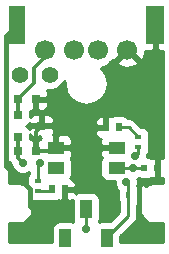
<source format=gtl>
G04 #@! TF.GenerationSoftware,KiCad,Pcbnew,(5.0.2)-1*
G04 #@! TF.CreationDate,2019-04-16T13:26:55-07:00*
G04 #@! TF.ProjectId,signet-pcb,7369676e-6574-42d7-9063-622e6b696361,rev?*
G04 #@! TF.SameCoordinates,Original*
G04 #@! TF.FileFunction,Copper,L1,Top*
G04 #@! TF.FilePolarity,Positive*
%FSLAX46Y46*%
G04 Gerber Fmt 4.6, Leading zero omitted, Abs format (unit mm)*
G04 Created by KiCad (PCBNEW (5.0.2)-1) date 4/16/2019 1:26:55 PM*
%MOMM*%
%LPD*%
G01*
G04 APERTURE LIST*
G04 #@! TA.AperFunction,SMDPad,CuDef*
%ADD10R,0.800100X0.800100*%
G04 #@! TD*
G04 #@! TA.AperFunction,SMDPad,CuDef*
%ADD11R,0.400000X0.600000*%
G04 #@! TD*
G04 #@! TA.AperFunction,SMDPad,CuDef*
%ADD12R,0.600000X0.500000*%
G04 #@! TD*
G04 #@! TA.AperFunction,SMDPad,CuDef*
%ADD13R,0.600000X0.400000*%
G04 #@! TD*
G04 #@! TA.AperFunction,SMDPad,CuDef*
%ADD14R,0.600000X0.700000*%
G04 #@! TD*
G04 #@! TA.AperFunction,ComponentPad*
%ADD15R,1.500000X3.200000*%
G04 #@! TD*
G04 #@! TA.AperFunction,ComponentPad*
%ADD16C,1.700000*%
G04 #@! TD*
G04 #@! TA.AperFunction,ComponentPad*
%ADD17R,1.450000X3.200000*%
G04 #@! TD*
G04 #@! TA.AperFunction,SMDPad,CuDef*
%ADD18R,0.800000X0.750000*%
G04 #@! TD*
G04 #@! TA.AperFunction,SMDPad,CuDef*
%ADD19R,1.450000X1.000000*%
G04 #@! TD*
G04 #@! TA.AperFunction,ComponentPad*
%ADD20C,1.400000*%
G04 #@! TD*
G04 #@! TA.AperFunction,SMDPad,CuDef*
%ADD21R,1.000000X1.600000*%
G04 #@! TD*
G04 #@! TA.AperFunction,ViaPad*
%ADD22C,0.700000*%
G04 #@! TD*
G04 #@! TA.AperFunction,Conductor*
%ADD23C,0.300000*%
G04 #@! TD*
G04 #@! TA.AperFunction,Conductor*
%ADD24C,0.250000*%
G04 #@! TD*
G04 #@! TA.AperFunction,Conductor*
%ADD25C,0.400000*%
G04 #@! TD*
G04 #@! TA.AperFunction,Conductor*
%ADD26C,0.254000*%
G04 #@! TD*
G04 APERTURE END LIST*
D10*
G04 #@! TO.P,P1,1*
G04 #@! TO.N,+5V*
X104216760Y-89496320D03*
G04 #@! TO.P,P1,2*
G04 #@! TO.N,VDD*
X104216760Y-91396320D03*
G04 #@! TO.P,P1,3*
G04 #@! TO.N,GND*
X106215740Y-90446320D03*
G04 #@! TD*
D11*
G04 #@! TO.P,R4,1*
G04 #@! TO.N,GND*
X114457520Y-96336320D03*
G04 #@! TO.P,R4,2*
G04 #@! TO.N,/BOOT*
X113557520Y-96336320D03*
G04 #@! TD*
D12*
G04 #@! TO.P,C11,1*
G04 #@! TO.N,/ACTIVATE*
X114937520Y-94016320D03*
G04 #@! TO.P,C11,2*
G04 #@! TO.N,GND*
X116037520Y-94016320D03*
G04 #@! TD*
D13*
G04 #@! TO.P,R2,1*
G04 #@! TO.N,/STATUS1*
X105957520Y-95086320D03*
G04 #@! TO.P,R2,2*
G04 #@! TO.N,Net-(D1-Pad2)*
X105957520Y-95986320D03*
G04 #@! TD*
D14*
G04 #@! TO.P,D1,2*
G04 #@! TO.N,Net-(D1-Pad2)*
X107067520Y-95826320D03*
G04 #@! TO.P,D1,1*
G04 #@! TO.N,GND*
X108167520Y-95826320D03*
G04 #@! TD*
G04 #@! TO.P,D2,2*
G04 #@! TO.N,Net-(D2-Pad2)*
X112757520Y-90566320D03*
G04 #@! TO.P,D2,1*
G04 #@! TO.N,GND*
X111657520Y-90566320D03*
G04 #@! TD*
D13*
G04 #@! TO.P,R3,1*
G04 #@! TO.N,/STATUS2*
X114387520Y-92256320D03*
G04 #@! TO.P,R3,2*
G04 #@! TO.N,Net-(D2-Pad2)*
X114387520Y-91356320D03*
G04 #@! TD*
D15*
G04 #@! TO.P,USB1,5*
G04 #@! TO.N,GND*
X115850000Y-81900000D03*
D16*
G04 #@! TO.P,USB1,1*
G04 #@! TO.N,+5V*
X106500000Y-84030000D03*
G04 #@! TO.P,USB1,2*
G04 #@! TO.N,/USB_DM*
X109000000Y-84030000D03*
G04 #@! TO.P,USB1,3*
G04 #@! TO.N,/USB_DP*
X111000000Y-84030000D03*
G04 #@! TO.P,USB1,4*
G04 #@! TO.N,GND*
X113500000Y-84030000D03*
D17*
G04 #@! TO.P,USB1,5*
X104150000Y-81900000D03*
G04 #@! TD*
D18*
G04 #@! TO.P,C1,2*
G04 #@! TO.N,GND*
X105717520Y-92586320D03*
G04 #@! TO.P,C1,1*
G04 #@! TO.N,VDD*
X104217520Y-92586320D03*
G04 #@! TD*
G04 #@! TO.P,C4,2*
G04 #@! TO.N,GND*
X105737520Y-88186320D03*
G04 #@! TO.P,C4,1*
G04 #@! TO.N,+5V*
X104237520Y-88186320D03*
G04 #@! TD*
D19*
G04 #@! TO.P,SW1,2*
G04 #@! TO.N,GND*
X107425000Y-92300000D03*
X112575000Y-92300000D03*
G04 #@! TO.P,SW1,1*
G04 #@! TO.N,/ACTIVATE*
X112575000Y-94000000D03*
X107425000Y-94000000D03*
G04 #@! TD*
D20*
G04 #@! TO.P,P2,1*
G04 #@! TO.N,/UART_RX*
X106897520Y-86106320D03*
G04 #@! TO.P,P2,2*
G04 #@! TO.N,/UART_TX*
X104357520Y-86106320D03*
G04 #@! TD*
D21*
G04 #@! TO.P,BOOTSW,2*
G04 #@! TO.N,VDD*
X110000000Y-97486320D03*
G04 #@! TO.P,BOOTSW,3*
G04 #@! TO.N,N/C*
X108247520Y-99986320D03*
G04 #@! TO.P,BOOTSW,1*
G04 #@! TO.N,/BOOT*
X111747520Y-99986320D03*
G04 #@! TD*
D22*
G04 #@! TO.N,GND*
X110517520Y-94176320D03*
X109357520Y-92476320D03*
G04 #@! TO.N,VDD*
X109997520Y-99146320D03*
X104617520Y-93556320D03*
G04 #@! TO.N,/BOOT*
X113387520Y-95186320D03*
G04 #@! TO.N,/ACTIVATE*
X113987520Y-93996320D03*
G04 #@! TO.N,/STATUS1*
X106127520Y-93596320D03*
G04 #@! TO.N,/STATUS2*
X114147520Y-93036320D03*
G04 #@! TD*
D23*
G04 #@! TO.N,GND*
X105717520Y-92586320D02*
X107138680Y-92586320D01*
X107138680Y-92586320D02*
X107425000Y-92300000D01*
X105717520Y-92586320D02*
X105717520Y-90944540D01*
X105717520Y-90944540D02*
X106215740Y-90446320D01*
D24*
X110177520Y-94186320D02*
X110507520Y-94186320D01*
X110507520Y-94186320D02*
X110517520Y-94176320D01*
X109547520Y-92466320D02*
X109367520Y-92466320D01*
X109367520Y-92466320D02*
X109357520Y-92476320D01*
D25*
X106227520Y-97656320D02*
X105627520Y-97656320D01*
X103247520Y-82802480D02*
X104150000Y-81900000D01*
X103247520Y-93806320D02*
X103247520Y-82802480D01*
X105247520Y-95806320D02*
X103247520Y-93806320D01*
X105247520Y-97276320D02*
X105247520Y-95806320D01*
X105627520Y-97656320D02*
X105247520Y-97276320D01*
D23*
X115850000Y-81900000D02*
X115850000Y-85363840D01*
X114996320Y-85526320D02*
X113500000Y-84030000D01*
X115687520Y-85526320D02*
X114996320Y-85526320D01*
X115850000Y-85363840D02*
X115687520Y-85526320D01*
D24*
X109038080Y-92463080D02*
X109038720Y-92463080D01*
X109037500Y-92462500D02*
X109038080Y-92463080D01*
X110763380Y-94187740D02*
X110762740Y-94187740D01*
X110762740Y-94187740D02*
X110762500Y-94187500D01*
D23*
G04 #@! TO.N,+5V*
X106500000Y-84030000D02*
X106500000Y-84643840D01*
X106500000Y-84643840D02*
X105617520Y-85526320D01*
X105617520Y-85526320D02*
X105617520Y-86806320D01*
X105617520Y-86806320D02*
X104237520Y-88186320D01*
X104237520Y-88156320D02*
X104237520Y-89475560D01*
X104237520Y-89475560D02*
X104216760Y-89496320D01*
D24*
G04 #@! TO.N,VDD*
X110000000Y-97566320D02*
X110000000Y-99143840D01*
X110000000Y-99143840D02*
X109997520Y-99146320D01*
D23*
X104217520Y-92586320D02*
X104217520Y-93156320D01*
X104217520Y-93156320D02*
X104617520Y-93556320D01*
D24*
X104216760Y-91396320D02*
X104217520Y-91397080D01*
D23*
X104217520Y-91397080D02*
X104217520Y-92586320D01*
D24*
G04 #@! TO.N,/BOOT*
X113557520Y-96336320D02*
X113557520Y-95356320D01*
X113557520Y-95356320D02*
X113387520Y-95186320D01*
X111750000Y-100016320D02*
X111750000Y-99883840D01*
X111750000Y-99883840D02*
X113557520Y-98076320D01*
X113557520Y-98076320D02*
X113557520Y-96336320D01*
X111810000Y-100126320D02*
X111750000Y-100066320D01*
X111750000Y-100066320D02*
X111927520Y-100066320D01*
X111750000Y-100026320D02*
X111777520Y-100026320D01*
G04 #@! TO.N,/ACTIVATE*
X113987520Y-93996320D02*
X114007520Y-94016320D01*
X113958840Y-94025000D02*
X113987520Y-93996320D01*
X112000000Y-94025000D02*
X113958840Y-94025000D01*
X114007520Y-94016320D02*
X114937520Y-94016320D01*
G04 #@! TO.N,/STATUS1*
X105957520Y-95086320D02*
X105957520Y-93766320D01*
X105957520Y-93766320D02*
X106127520Y-93596320D01*
G04 #@! TO.N,/STATUS2*
X114387520Y-92256320D02*
X114387520Y-92796320D01*
X114387520Y-92796320D02*
X114147520Y-93036320D01*
G04 #@! TO.N,Net-(D2-Pad2)*
X114387520Y-91356320D02*
X113597520Y-90566320D01*
X113597520Y-90566320D02*
X112757520Y-90566320D01*
G04 #@! TO.N,Net-(D1-Pad2)*
X105957520Y-95986320D02*
X106907520Y-95986320D01*
X106907520Y-95986320D02*
X107067520Y-95826320D01*
G04 #@! TD*
D26*
G04 #@! TO.N,GND*
G36*
X115977000Y-83976250D02*
X116135750Y-84135000D01*
X116540000Y-84135000D01*
X116540001Y-93162871D01*
X116463829Y-93131320D01*
X116323270Y-93131320D01*
X116164520Y-93290070D01*
X116164520Y-93891320D01*
X116184520Y-93891320D01*
X116184520Y-94141320D01*
X116164520Y-94141320D01*
X116164520Y-94742570D01*
X116323270Y-94901320D01*
X116463829Y-94901320D01*
X116540001Y-94869769D01*
X116540001Y-95290000D01*
X115680074Y-95290000D01*
X115611491Y-95303642D01*
X115611487Y-95303642D01*
X115420145Y-95341702D01*
X115164204Y-95447716D01*
X115164203Y-95447717D01*
X115164200Y-95447718D01*
X115045954Y-95526728D01*
X115017218Y-95497993D01*
X114783829Y-95401320D01*
X114716270Y-95401320D01*
X114557520Y-95560070D01*
X114557520Y-96209320D01*
X114583910Y-96209320D01*
X114553642Y-96361487D01*
X114553642Y-96361492D01*
X114540000Y-96430075D01*
X114540001Y-97569926D01*
X114553642Y-97638504D01*
X114553642Y-97638513D01*
X114591702Y-97829856D01*
X114697716Y-98085796D01*
X114697718Y-98085800D01*
X114806105Y-98248010D01*
X114869374Y-98311278D01*
X115001989Y-98443895D01*
X115164200Y-98552282D01*
X115164203Y-98552283D01*
X115164204Y-98552284D01*
X115420145Y-98658298D01*
X115611487Y-98696358D01*
X115611491Y-98696358D01*
X115680074Y-98710000D01*
X116540000Y-98710000D01*
X116540001Y-100290000D01*
X112894960Y-100290000D01*
X112894960Y-99813682D01*
X114041996Y-98666647D01*
X114105449Y-98624249D01*
X114147847Y-98560796D01*
X114147849Y-98560794D01*
X114273423Y-98372858D01*
X114273424Y-98372857D01*
X114317520Y-98151172D01*
X114317520Y-98151168D01*
X114332408Y-98076321D01*
X114317520Y-98001474D01*
X114317520Y-97152570D01*
X114357520Y-97112570D01*
X114357520Y-96874820D01*
X114404960Y-96636320D01*
X114404960Y-96036320D01*
X114357520Y-95797820D01*
X114357520Y-95560070D01*
X114317520Y-95520070D01*
X114317520Y-95515030D01*
X114372520Y-95382249D01*
X114372520Y-94990391D01*
X114341624Y-94915802D01*
X114440948Y-94874660D01*
X114637520Y-94913760D01*
X115237520Y-94913760D01*
X115485285Y-94864477D01*
X115499436Y-94855021D01*
X115611211Y-94901320D01*
X115751770Y-94901320D01*
X115910520Y-94742570D01*
X115910520Y-94141320D01*
X115890520Y-94141320D01*
X115890520Y-93891320D01*
X115910520Y-93891320D01*
X115910520Y-93290070D01*
X115751770Y-93131320D01*
X115611211Y-93131320D01*
X115499436Y-93177619D01*
X115485285Y-93168163D01*
X115237520Y-93118880D01*
X115132520Y-93118880D01*
X115132520Y-92946582D01*
X115138001Y-92919025D01*
X115145329Y-92914129D01*
X115285677Y-92704085D01*
X115334960Y-92456320D01*
X115334960Y-92056320D01*
X115285677Y-91808555D01*
X115284184Y-91806320D01*
X115285677Y-91804085D01*
X115334960Y-91556320D01*
X115334960Y-91156320D01*
X115285677Y-90908555D01*
X115145329Y-90698511D01*
X114935285Y-90558163D01*
X114687520Y-90508880D01*
X114614882Y-90508880D01*
X114187851Y-90081850D01*
X114145449Y-90018391D01*
X113894057Y-89850416D01*
X113672372Y-89806320D01*
X113672367Y-89806320D01*
X113597520Y-89791432D01*
X113544388Y-89802001D01*
X113515329Y-89758511D01*
X113305285Y-89618163D01*
X113057520Y-89568880D01*
X112457520Y-89568880D01*
X112209755Y-89618163D01*
X112195604Y-89627619D01*
X112083829Y-89581320D01*
X111943270Y-89581320D01*
X111784520Y-89740070D01*
X111784520Y-90439320D01*
X111804520Y-90439320D01*
X111804520Y-90693320D01*
X111784520Y-90693320D01*
X111784520Y-90713320D01*
X111530520Y-90713320D01*
X111530520Y-90693320D01*
X110881270Y-90693320D01*
X110722520Y-90852070D01*
X110722520Y-91042630D01*
X110819193Y-91276019D01*
X110997822Y-91454647D01*
X111231211Y-91551320D01*
X111265687Y-91551320D01*
X111215000Y-91673690D01*
X111215000Y-92014250D01*
X111373750Y-92173000D01*
X112448000Y-92173000D01*
X112448000Y-92153000D01*
X112702000Y-92153000D01*
X112702000Y-92173000D01*
X112722000Y-92173000D01*
X112722000Y-92427000D01*
X112702000Y-92427000D01*
X112702000Y-92447000D01*
X112448000Y-92447000D01*
X112448000Y-92427000D01*
X111373750Y-92427000D01*
X111215000Y-92585750D01*
X111215000Y-92926310D01*
X111311673Y-93159699D01*
X111312873Y-93160899D01*
X111251843Y-93252235D01*
X111202560Y-93500000D01*
X111202560Y-94500000D01*
X111251843Y-94747765D01*
X111392191Y-94957809D01*
X111602235Y-95098157D01*
X111850000Y-95147440D01*
X112402520Y-95147440D01*
X112402520Y-95382249D01*
X112552478Y-95744278D01*
X112732385Y-95924185D01*
X112710080Y-96036320D01*
X112710080Y-96636320D01*
X112759363Y-96884085D01*
X112797521Y-96941192D01*
X112797520Y-97761517D01*
X112020158Y-98538880D01*
X111247520Y-98538880D01*
X111071567Y-98573879D01*
X111098157Y-98534085D01*
X111147440Y-98286320D01*
X111147440Y-96686320D01*
X111098157Y-96438555D01*
X110957809Y-96228511D01*
X110747765Y-96088163D01*
X110500000Y-96038880D01*
X109500000Y-96038880D01*
X109252235Y-96088163D01*
X109102520Y-96188200D01*
X109102520Y-96112070D01*
X108943770Y-95953320D01*
X108294520Y-95953320D01*
X108294520Y-96652570D01*
X108453270Y-96811320D01*
X108593829Y-96811320D01*
X108827218Y-96714647D01*
X108852560Y-96689305D01*
X108852560Y-98286320D01*
X108901843Y-98534085D01*
X108929193Y-98575017D01*
X108747520Y-98538880D01*
X107747520Y-98538880D01*
X107499755Y-98588163D01*
X107289711Y-98728511D01*
X107149363Y-98938555D01*
X107100080Y-99186320D01*
X107100080Y-100290000D01*
X103460000Y-100290000D01*
X103460000Y-98710000D01*
X104319926Y-98710000D01*
X104388509Y-98696358D01*
X104388513Y-98696358D01*
X104579856Y-98658298D01*
X104835796Y-98552284D01*
X104835797Y-98552283D01*
X104835800Y-98552282D01*
X104998010Y-98443895D01*
X105085508Y-98356396D01*
X105193895Y-98248011D01*
X105302282Y-98085800D01*
X105302284Y-98085796D01*
X105408298Y-97829855D01*
X105446358Y-97638513D01*
X105446358Y-97638509D01*
X105460000Y-97569926D01*
X105460000Y-96794471D01*
X105657520Y-96833760D01*
X106257520Y-96833760D01*
X106505285Y-96784477D01*
X106520137Y-96774553D01*
X106767520Y-96823760D01*
X107367520Y-96823760D01*
X107615285Y-96774477D01*
X107629436Y-96765021D01*
X107741211Y-96811320D01*
X107881770Y-96811320D01*
X108040520Y-96652570D01*
X108040520Y-95953320D01*
X108020520Y-95953320D01*
X108020520Y-95699320D01*
X108040520Y-95699320D01*
X108040520Y-95679320D01*
X108294520Y-95679320D01*
X108294520Y-95699320D01*
X108943770Y-95699320D01*
X109102520Y-95540570D01*
X109102520Y-95350010D01*
X109005847Y-95116621D01*
X108827218Y-94937993D01*
X108665742Y-94871107D01*
X108748157Y-94747765D01*
X108797440Y-94500000D01*
X108797440Y-93500000D01*
X108748157Y-93252235D01*
X108687127Y-93160899D01*
X108688327Y-93159699D01*
X108785000Y-92926310D01*
X108785000Y-92585750D01*
X108626250Y-92427000D01*
X107552000Y-92427000D01*
X107552000Y-92447000D01*
X107298000Y-92447000D01*
X107298000Y-92427000D01*
X107278000Y-92427000D01*
X107278000Y-92173000D01*
X107298000Y-92173000D01*
X107298000Y-91323750D01*
X107552000Y-91323750D01*
X107552000Y-92173000D01*
X108626250Y-92173000D01*
X108785000Y-92014250D01*
X108785000Y-91673690D01*
X108688327Y-91440301D01*
X108509698Y-91261673D01*
X108276309Y-91165000D01*
X107710750Y-91165000D01*
X107552000Y-91323750D01*
X107298000Y-91323750D01*
X107161791Y-91187541D01*
X107250790Y-90972679D01*
X107250790Y-90732070D01*
X107092040Y-90573320D01*
X106342740Y-90573320D01*
X106342740Y-90593320D01*
X106088740Y-90593320D01*
X106088740Y-90573320D01*
X105339440Y-90573320D01*
X105194655Y-90718105D01*
X105074619Y-90538461D01*
X104936721Y-90446320D01*
X105074619Y-90354179D01*
X105194655Y-90174535D01*
X105339440Y-90319320D01*
X106088740Y-90319320D01*
X106088740Y-89570020D01*
X106342740Y-89570020D01*
X106342740Y-90319320D01*
X107092040Y-90319320D01*
X107250790Y-90160570D01*
X107250790Y-90090010D01*
X110722520Y-90090010D01*
X110722520Y-90280570D01*
X110881270Y-90439320D01*
X111530520Y-90439320D01*
X111530520Y-89740070D01*
X111371770Y-89581320D01*
X111231211Y-89581320D01*
X110997822Y-89677993D01*
X110819193Y-89856621D01*
X110722520Y-90090010D01*
X107250790Y-90090010D01*
X107250790Y-89919961D01*
X107154117Y-89686572D01*
X106975489Y-89507943D01*
X106742100Y-89411270D01*
X106501490Y-89411270D01*
X106342740Y-89570020D01*
X106088740Y-89570020D01*
X105929990Y-89411270D01*
X105689380Y-89411270D01*
X105455991Y-89507943D01*
X105277363Y-89686572D01*
X105264250Y-89718230D01*
X105264250Y-89196320D01*
X105451770Y-89196320D01*
X105610520Y-89037570D01*
X105610520Y-88313320D01*
X105864520Y-88313320D01*
X105864520Y-89037570D01*
X106023270Y-89196320D01*
X106263829Y-89196320D01*
X106497218Y-89099647D01*
X106675847Y-88921019D01*
X106772520Y-88687630D01*
X106772520Y-88472070D01*
X106613770Y-88313320D01*
X105864520Y-88313320D01*
X105610520Y-88313320D01*
X105590520Y-88313320D01*
X105590520Y-88059320D01*
X105610520Y-88059320D01*
X105610520Y-88039320D01*
X105864520Y-88039320D01*
X105864520Y-88059320D01*
X106613770Y-88059320D01*
X106772520Y-87900570D01*
X106772520Y-87685010D01*
X106675847Y-87451621D01*
X106665546Y-87441320D01*
X107163068Y-87441320D01*
X107653737Y-87238078D01*
X108029278Y-86862537D01*
X108099421Y-86693198D01*
X108192347Y-86737654D01*
X108170000Y-86850000D01*
X108309300Y-87550311D01*
X108705995Y-88144005D01*
X109299689Y-88540700D01*
X110000000Y-88680000D01*
X110700311Y-88540700D01*
X111294005Y-88144005D01*
X111690700Y-87550311D01*
X111830000Y-86850000D01*
X111690700Y-86149689D01*
X111294005Y-85555995D01*
X111232652Y-85515000D01*
X111295385Y-85515000D01*
X111841185Y-85288922D01*
X112056149Y-85073958D01*
X112635647Y-85073958D01*
X112715920Y-85325259D01*
X113271279Y-85526718D01*
X113861458Y-85500315D01*
X114284080Y-85325259D01*
X114364353Y-85073958D01*
X113500000Y-84209605D01*
X112635647Y-85073958D01*
X112056149Y-85073958D01*
X112258922Y-84871185D01*
X112273481Y-84836037D01*
X112456042Y-84894353D01*
X113320395Y-84030000D01*
X113306253Y-84015858D01*
X113485858Y-83836253D01*
X113500000Y-83850395D01*
X113514143Y-83836253D01*
X113693748Y-84015858D01*
X113679605Y-84030000D01*
X114543958Y-84894353D01*
X114795259Y-84814080D01*
X114996718Y-84258721D01*
X114991183Y-84135000D01*
X115564250Y-84135000D01*
X115723000Y-83976250D01*
X115723000Y-82768327D01*
X115977000Y-82676011D01*
X115977000Y-83976250D01*
X115977000Y-83976250D01*
G37*
X115977000Y-83976250D02*
X116135750Y-84135000D01*
X116540000Y-84135000D01*
X116540001Y-93162871D01*
X116463829Y-93131320D01*
X116323270Y-93131320D01*
X116164520Y-93290070D01*
X116164520Y-93891320D01*
X116184520Y-93891320D01*
X116184520Y-94141320D01*
X116164520Y-94141320D01*
X116164520Y-94742570D01*
X116323270Y-94901320D01*
X116463829Y-94901320D01*
X116540001Y-94869769D01*
X116540001Y-95290000D01*
X115680074Y-95290000D01*
X115611491Y-95303642D01*
X115611487Y-95303642D01*
X115420145Y-95341702D01*
X115164204Y-95447716D01*
X115164203Y-95447717D01*
X115164200Y-95447718D01*
X115045954Y-95526728D01*
X115017218Y-95497993D01*
X114783829Y-95401320D01*
X114716270Y-95401320D01*
X114557520Y-95560070D01*
X114557520Y-96209320D01*
X114583910Y-96209320D01*
X114553642Y-96361487D01*
X114553642Y-96361492D01*
X114540000Y-96430075D01*
X114540001Y-97569926D01*
X114553642Y-97638504D01*
X114553642Y-97638513D01*
X114591702Y-97829856D01*
X114697716Y-98085796D01*
X114697718Y-98085800D01*
X114806105Y-98248010D01*
X114869374Y-98311278D01*
X115001989Y-98443895D01*
X115164200Y-98552282D01*
X115164203Y-98552283D01*
X115164204Y-98552284D01*
X115420145Y-98658298D01*
X115611487Y-98696358D01*
X115611491Y-98696358D01*
X115680074Y-98710000D01*
X116540000Y-98710000D01*
X116540001Y-100290000D01*
X112894960Y-100290000D01*
X112894960Y-99813682D01*
X114041996Y-98666647D01*
X114105449Y-98624249D01*
X114147847Y-98560796D01*
X114147849Y-98560794D01*
X114273423Y-98372858D01*
X114273424Y-98372857D01*
X114317520Y-98151172D01*
X114317520Y-98151168D01*
X114332408Y-98076321D01*
X114317520Y-98001474D01*
X114317520Y-97152570D01*
X114357520Y-97112570D01*
X114357520Y-96874820D01*
X114404960Y-96636320D01*
X114404960Y-96036320D01*
X114357520Y-95797820D01*
X114357520Y-95560070D01*
X114317520Y-95520070D01*
X114317520Y-95515030D01*
X114372520Y-95382249D01*
X114372520Y-94990391D01*
X114341624Y-94915802D01*
X114440948Y-94874660D01*
X114637520Y-94913760D01*
X115237520Y-94913760D01*
X115485285Y-94864477D01*
X115499436Y-94855021D01*
X115611211Y-94901320D01*
X115751770Y-94901320D01*
X115910520Y-94742570D01*
X115910520Y-94141320D01*
X115890520Y-94141320D01*
X115890520Y-93891320D01*
X115910520Y-93891320D01*
X115910520Y-93290070D01*
X115751770Y-93131320D01*
X115611211Y-93131320D01*
X115499436Y-93177619D01*
X115485285Y-93168163D01*
X115237520Y-93118880D01*
X115132520Y-93118880D01*
X115132520Y-92946582D01*
X115138001Y-92919025D01*
X115145329Y-92914129D01*
X115285677Y-92704085D01*
X115334960Y-92456320D01*
X115334960Y-92056320D01*
X115285677Y-91808555D01*
X115284184Y-91806320D01*
X115285677Y-91804085D01*
X115334960Y-91556320D01*
X115334960Y-91156320D01*
X115285677Y-90908555D01*
X115145329Y-90698511D01*
X114935285Y-90558163D01*
X114687520Y-90508880D01*
X114614882Y-90508880D01*
X114187851Y-90081850D01*
X114145449Y-90018391D01*
X113894057Y-89850416D01*
X113672372Y-89806320D01*
X113672367Y-89806320D01*
X113597520Y-89791432D01*
X113544388Y-89802001D01*
X113515329Y-89758511D01*
X113305285Y-89618163D01*
X113057520Y-89568880D01*
X112457520Y-89568880D01*
X112209755Y-89618163D01*
X112195604Y-89627619D01*
X112083829Y-89581320D01*
X111943270Y-89581320D01*
X111784520Y-89740070D01*
X111784520Y-90439320D01*
X111804520Y-90439320D01*
X111804520Y-90693320D01*
X111784520Y-90693320D01*
X111784520Y-90713320D01*
X111530520Y-90713320D01*
X111530520Y-90693320D01*
X110881270Y-90693320D01*
X110722520Y-90852070D01*
X110722520Y-91042630D01*
X110819193Y-91276019D01*
X110997822Y-91454647D01*
X111231211Y-91551320D01*
X111265687Y-91551320D01*
X111215000Y-91673690D01*
X111215000Y-92014250D01*
X111373750Y-92173000D01*
X112448000Y-92173000D01*
X112448000Y-92153000D01*
X112702000Y-92153000D01*
X112702000Y-92173000D01*
X112722000Y-92173000D01*
X112722000Y-92427000D01*
X112702000Y-92427000D01*
X112702000Y-92447000D01*
X112448000Y-92447000D01*
X112448000Y-92427000D01*
X111373750Y-92427000D01*
X111215000Y-92585750D01*
X111215000Y-92926310D01*
X111311673Y-93159699D01*
X111312873Y-93160899D01*
X111251843Y-93252235D01*
X111202560Y-93500000D01*
X111202560Y-94500000D01*
X111251843Y-94747765D01*
X111392191Y-94957809D01*
X111602235Y-95098157D01*
X111850000Y-95147440D01*
X112402520Y-95147440D01*
X112402520Y-95382249D01*
X112552478Y-95744278D01*
X112732385Y-95924185D01*
X112710080Y-96036320D01*
X112710080Y-96636320D01*
X112759363Y-96884085D01*
X112797521Y-96941192D01*
X112797520Y-97761517D01*
X112020158Y-98538880D01*
X111247520Y-98538880D01*
X111071567Y-98573879D01*
X111098157Y-98534085D01*
X111147440Y-98286320D01*
X111147440Y-96686320D01*
X111098157Y-96438555D01*
X110957809Y-96228511D01*
X110747765Y-96088163D01*
X110500000Y-96038880D01*
X109500000Y-96038880D01*
X109252235Y-96088163D01*
X109102520Y-96188200D01*
X109102520Y-96112070D01*
X108943770Y-95953320D01*
X108294520Y-95953320D01*
X108294520Y-96652570D01*
X108453270Y-96811320D01*
X108593829Y-96811320D01*
X108827218Y-96714647D01*
X108852560Y-96689305D01*
X108852560Y-98286320D01*
X108901843Y-98534085D01*
X108929193Y-98575017D01*
X108747520Y-98538880D01*
X107747520Y-98538880D01*
X107499755Y-98588163D01*
X107289711Y-98728511D01*
X107149363Y-98938555D01*
X107100080Y-99186320D01*
X107100080Y-100290000D01*
X103460000Y-100290000D01*
X103460000Y-98710000D01*
X104319926Y-98710000D01*
X104388509Y-98696358D01*
X104388513Y-98696358D01*
X104579856Y-98658298D01*
X104835796Y-98552284D01*
X104835797Y-98552283D01*
X104835800Y-98552282D01*
X104998010Y-98443895D01*
X105085508Y-98356396D01*
X105193895Y-98248011D01*
X105302282Y-98085800D01*
X105302284Y-98085796D01*
X105408298Y-97829855D01*
X105446358Y-97638513D01*
X105446358Y-97638509D01*
X105460000Y-97569926D01*
X105460000Y-96794471D01*
X105657520Y-96833760D01*
X106257520Y-96833760D01*
X106505285Y-96784477D01*
X106520137Y-96774553D01*
X106767520Y-96823760D01*
X107367520Y-96823760D01*
X107615285Y-96774477D01*
X107629436Y-96765021D01*
X107741211Y-96811320D01*
X107881770Y-96811320D01*
X108040520Y-96652570D01*
X108040520Y-95953320D01*
X108020520Y-95953320D01*
X108020520Y-95699320D01*
X108040520Y-95699320D01*
X108040520Y-95679320D01*
X108294520Y-95679320D01*
X108294520Y-95699320D01*
X108943770Y-95699320D01*
X109102520Y-95540570D01*
X109102520Y-95350010D01*
X109005847Y-95116621D01*
X108827218Y-94937993D01*
X108665742Y-94871107D01*
X108748157Y-94747765D01*
X108797440Y-94500000D01*
X108797440Y-93500000D01*
X108748157Y-93252235D01*
X108687127Y-93160899D01*
X108688327Y-93159699D01*
X108785000Y-92926310D01*
X108785000Y-92585750D01*
X108626250Y-92427000D01*
X107552000Y-92427000D01*
X107552000Y-92447000D01*
X107298000Y-92447000D01*
X107298000Y-92427000D01*
X107278000Y-92427000D01*
X107278000Y-92173000D01*
X107298000Y-92173000D01*
X107298000Y-91323750D01*
X107552000Y-91323750D01*
X107552000Y-92173000D01*
X108626250Y-92173000D01*
X108785000Y-92014250D01*
X108785000Y-91673690D01*
X108688327Y-91440301D01*
X108509698Y-91261673D01*
X108276309Y-91165000D01*
X107710750Y-91165000D01*
X107552000Y-91323750D01*
X107298000Y-91323750D01*
X107161791Y-91187541D01*
X107250790Y-90972679D01*
X107250790Y-90732070D01*
X107092040Y-90573320D01*
X106342740Y-90573320D01*
X106342740Y-90593320D01*
X106088740Y-90593320D01*
X106088740Y-90573320D01*
X105339440Y-90573320D01*
X105194655Y-90718105D01*
X105074619Y-90538461D01*
X104936721Y-90446320D01*
X105074619Y-90354179D01*
X105194655Y-90174535D01*
X105339440Y-90319320D01*
X106088740Y-90319320D01*
X106088740Y-89570020D01*
X106342740Y-89570020D01*
X106342740Y-90319320D01*
X107092040Y-90319320D01*
X107250790Y-90160570D01*
X107250790Y-90090010D01*
X110722520Y-90090010D01*
X110722520Y-90280570D01*
X110881270Y-90439320D01*
X111530520Y-90439320D01*
X111530520Y-89740070D01*
X111371770Y-89581320D01*
X111231211Y-89581320D01*
X110997822Y-89677993D01*
X110819193Y-89856621D01*
X110722520Y-90090010D01*
X107250790Y-90090010D01*
X107250790Y-89919961D01*
X107154117Y-89686572D01*
X106975489Y-89507943D01*
X106742100Y-89411270D01*
X106501490Y-89411270D01*
X106342740Y-89570020D01*
X106088740Y-89570020D01*
X105929990Y-89411270D01*
X105689380Y-89411270D01*
X105455991Y-89507943D01*
X105277363Y-89686572D01*
X105264250Y-89718230D01*
X105264250Y-89196320D01*
X105451770Y-89196320D01*
X105610520Y-89037570D01*
X105610520Y-88313320D01*
X105864520Y-88313320D01*
X105864520Y-89037570D01*
X106023270Y-89196320D01*
X106263829Y-89196320D01*
X106497218Y-89099647D01*
X106675847Y-88921019D01*
X106772520Y-88687630D01*
X106772520Y-88472070D01*
X106613770Y-88313320D01*
X105864520Y-88313320D01*
X105610520Y-88313320D01*
X105590520Y-88313320D01*
X105590520Y-88059320D01*
X105610520Y-88059320D01*
X105610520Y-88039320D01*
X105864520Y-88039320D01*
X105864520Y-88059320D01*
X106613770Y-88059320D01*
X106772520Y-87900570D01*
X106772520Y-87685010D01*
X106675847Y-87451621D01*
X106665546Y-87441320D01*
X107163068Y-87441320D01*
X107653737Y-87238078D01*
X108029278Y-86862537D01*
X108099421Y-86693198D01*
X108192347Y-86737654D01*
X108170000Y-86850000D01*
X108309300Y-87550311D01*
X108705995Y-88144005D01*
X109299689Y-88540700D01*
X110000000Y-88680000D01*
X110700311Y-88540700D01*
X111294005Y-88144005D01*
X111690700Y-87550311D01*
X111830000Y-86850000D01*
X111690700Y-86149689D01*
X111294005Y-85555995D01*
X111232652Y-85515000D01*
X111295385Y-85515000D01*
X111841185Y-85288922D01*
X112056149Y-85073958D01*
X112635647Y-85073958D01*
X112715920Y-85325259D01*
X113271279Y-85526718D01*
X113861458Y-85500315D01*
X114284080Y-85325259D01*
X114364353Y-85073958D01*
X113500000Y-84209605D01*
X112635647Y-85073958D01*
X112056149Y-85073958D01*
X112258922Y-84871185D01*
X112273481Y-84836037D01*
X112456042Y-84894353D01*
X113320395Y-84030000D01*
X113306253Y-84015858D01*
X113485858Y-83836253D01*
X113500000Y-83850395D01*
X113514143Y-83836253D01*
X113693748Y-84015858D01*
X113679605Y-84030000D01*
X114543958Y-84894353D01*
X114795259Y-84814080D01*
X114996718Y-84258721D01*
X114991183Y-84135000D01*
X115564250Y-84135000D01*
X115723000Y-83976250D01*
X115723000Y-82768327D01*
X115977000Y-82676011D01*
X115977000Y-83976250D01*
G36*
X103521040Y-93526926D02*
X103540680Y-93556319D01*
X103607771Y-93656728D01*
X103607773Y-93656730D01*
X103632520Y-93693766D01*
X103632520Y-93752249D01*
X103782478Y-94114278D01*
X104059562Y-94391362D01*
X104421591Y-94541320D01*
X104813449Y-94541320D01*
X105175478Y-94391362D01*
X105197521Y-94369319D01*
X105197520Y-94431789D01*
X105059363Y-94638555D01*
X105010080Y-94886320D01*
X105010080Y-95286320D01*
X105059363Y-95534085D01*
X105060856Y-95536320D01*
X105059363Y-95538555D01*
X105046272Y-95604368D01*
X104998010Y-95556105D01*
X104835800Y-95447718D01*
X104835797Y-95447717D01*
X104835796Y-95447716D01*
X104579856Y-95341702D01*
X104388513Y-95303642D01*
X104388509Y-95303642D01*
X104319926Y-95290000D01*
X103460000Y-95290000D01*
X103460000Y-93486140D01*
X103521040Y-93526926D01*
X103521040Y-93526926D01*
G37*
X103521040Y-93526926D02*
X103540680Y-93556319D01*
X103607771Y-93656728D01*
X103607773Y-93656730D01*
X103632520Y-93693766D01*
X103632520Y-93752249D01*
X103782478Y-94114278D01*
X104059562Y-94391362D01*
X104421591Y-94541320D01*
X104813449Y-94541320D01*
X105175478Y-94391362D01*
X105197521Y-94369319D01*
X105197520Y-94431789D01*
X105059363Y-94638555D01*
X105010080Y-94886320D01*
X105010080Y-95286320D01*
X105059363Y-95534085D01*
X105060856Y-95536320D01*
X105059363Y-95538555D01*
X105046272Y-95604368D01*
X104998010Y-95556105D01*
X104835800Y-95447718D01*
X104835797Y-95447717D01*
X104835796Y-95447716D01*
X104579856Y-95341702D01*
X104388513Y-95303642D01*
X104388509Y-95303642D01*
X104319926Y-95290000D01*
X103460000Y-95290000D01*
X103460000Y-93486140D01*
X103521040Y-93526926D01*
G36*
X105277363Y-91206068D02*
X105455991Y-91384697D01*
X105689380Y-91481370D01*
X105929990Y-91481370D01*
X106088738Y-91322622D01*
X106088738Y-91481370D01*
X106144662Y-91481370D01*
X106105332Y-91576320D01*
X106003270Y-91576320D01*
X105844520Y-91735070D01*
X105844520Y-92459320D01*
X105864520Y-92459320D01*
X105864520Y-92639102D01*
X105637059Y-92733320D01*
X105590520Y-92733320D01*
X105590520Y-92713320D01*
X105570520Y-92713320D01*
X105570520Y-92459320D01*
X105590520Y-92459320D01*
X105590520Y-91735070D01*
X105431770Y-91576320D01*
X105264250Y-91576320D01*
X105264250Y-91174410D01*
X105277363Y-91206068D01*
X105277363Y-91206068D01*
G37*
X105277363Y-91206068D02*
X105455991Y-91384697D01*
X105689380Y-91481370D01*
X105929990Y-91481370D01*
X106088738Y-91322622D01*
X106088738Y-91481370D01*
X106144662Y-91481370D01*
X106105332Y-91576320D01*
X106003270Y-91576320D01*
X105844520Y-91735070D01*
X105844520Y-92459320D01*
X105864520Y-92459320D01*
X105864520Y-92639102D01*
X105637059Y-92733320D01*
X105590520Y-92733320D01*
X105590520Y-92713320D01*
X105570520Y-92713320D01*
X105570520Y-92459320D01*
X105590520Y-92459320D01*
X105590520Y-91735070D01*
X105431770Y-91576320D01*
X105264250Y-91576320D01*
X105264250Y-91174410D01*
X105277363Y-91206068D01*
G04 #@! TD*
M02*

</source>
